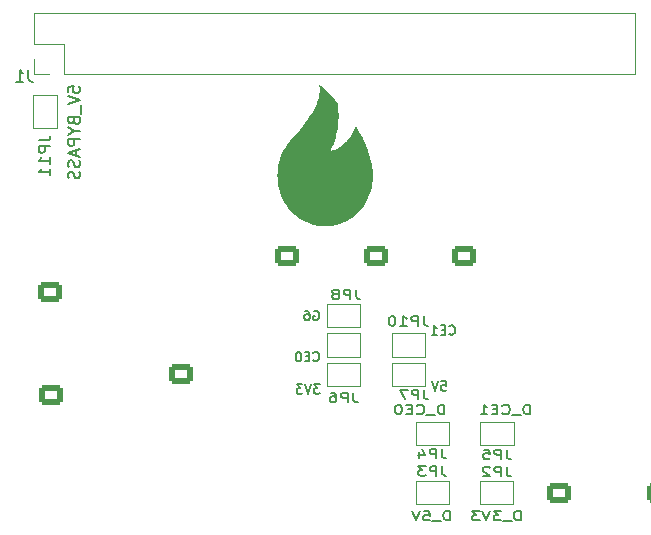
<source format=gbo>
G04 #@! TF.GenerationSoftware,KiCad,Pcbnew,8.0.1-8.0.1-1~ubuntu22.04.1*
G04 #@! TF.CreationDate,2024-05-03T16:20:05-07:00*
G04 #@! TF.ProjectId,pifire-main-module-nopwr,70696669-7265-42d6-9d61-696e2d6d6f64,rev?*
G04 #@! TF.SameCoordinates,Original*
G04 #@! TF.FileFunction,Legend,Bot*
G04 #@! TF.FilePolarity,Positive*
%FSLAX46Y46*%
G04 Gerber Fmt 4.6, Leading zero omitted, Abs format (unit mm)*
G04 Created by KiCad (PCBNEW 8.0.1-8.0.1-1~ubuntu22.04.1) date 2024-05-03 16:20:05*
%MOMM*%
%LPD*%
G01*
G04 APERTURE LIST*
G04 Aperture macros list*
%AMRoundRect*
0 Rectangle with rounded corners*
0 $1 Rounding radius*
0 $2 $3 $4 $5 $6 $7 $8 $9 X,Y pos of 4 corners*
0 Add a 4 corners polygon primitive as box body*
4,1,4,$2,$3,$4,$5,$6,$7,$8,$9,$2,$3,0*
0 Add four circle primitives for the rounded corners*
1,1,$1+$1,$2,$3*
1,1,$1+$1,$4,$5*
1,1,$1+$1,$6,$7*
1,1,$1+$1,$8,$9*
0 Add four rect primitives between the rounded corners*
20,1,$1+$1,$2,$3,$4,$5,0*
20,1,$1+$1,$4,$5,$6,$7,0*
20,1,$1+$1,$6,$7,$8,$9,0*
20,1,$1+$1,$8,$9,$2,$3,0*%
%AMFreePoly0*
4,1,6,1.000000,0.000000,0.500000,-0.750000,-0.500000,-0.750000,-0.500000,0.750000,0.500000,0.750000,1.000000,0.000000,1.000000,0.000000,$1*%
%AMFreePoly1*
4,1,6,0.500000,-0.750000,-0.650000,-0.750000,-0.150000,0.000000,-0.650000,0.750000,0.500000,0.750000,0.500000,-0.750000,0.500000,-0.750000,$1*%
G04 Aperture macros list end*
%ADD10C,0.000000*%
%ADD11C,0.052916*%
%ADD12C,0.200000*%
%ADD13C,0.150000*%
%ADD14C,0.120000*%
%ADD15RoundRect,0.250000X-0.600000X-0.725000X0.600000X-0.725000X0.600000X0.725000X-0.600000X0.725000X0*%
%ADD16O,1.700000X1.950000*%
%ADD17R,3.000000X3.000000*%
%ADD18C,3.000000*%
%ADD19C,2.700000*%
%ADD20RoundRect,0.250000X0.750000X-0.600000X0.750000X0.600000X-0.750000X0.600000X-0.750000X-0.600000X0*%
%ADD21O,2.000000X1.700000*%
%ADD22C,1.600000*%
%ADD23O,1.600000X1.600000*%
%ADD24RoundRect,0.250000X0.725000X-0.600000X0.725000X0.600000X-0.725000X0.600000X-0.725000X-0.600000X0*%
%ADD25O,1.950000X1.700000*%
%ADD26RoundRect,0.250000X-0.725000X0.600000X-0.725000X-0.600000X0.725000X-0.600000X0.725000X0.600000X0*%
%ADD27R,1.700000X1.700000*%
%ADD28O,1.700000X1.700000*%
%ADD29FreePoly0,180.000000*%
%ADD30FreePoly1,180.000000*%
%ADD31FreePoly0,90.000000*%
%ADD32FreePoly1,90.000000*%
%ADD33FreePoly0,0.000000*%
%ADD34FreePoly1,0.000000*%
G04 APERTURE END LIST*
D10*
G36*
X131971419Y-55343240D02*
G01*
X131957241Y-55439321D01*
X131952396Y-55537875D01*
X131956394Y-55638625D01*
X131968741Y-55741295D01*
X131988946Y-55845607D01*
X132016516Y-55951286D01*
X132050959Y-56058053D01*
X132091783Y-56165633D01*
X132138496Y-56273749D01*
X132190606Y-56382124D01*
X132247620Y-56490482D01*
X132374394Y-56706036D01*
X132514879Y-56918199D01*
X132665139Y-57124756D01*
X132821237Y-57323494D01*
X132979234Y-57512199D01*
X133135195Y-57688657D01*
X133285181Y-57850653D01*
X133425255Y-57995975D01*
X133659918Y-58227738D01*
X133755778Y-58323991D01*
X133846772Y-58424555D01*
X133932717Y-58529255D01*
X134013433Y-58637917D01*
X134088737Y-58750367D01*
X134158447Y-58866431D01*
X134222382Y-58985934D01*
X134280359Y-59108702D01*
X134332196Y-59234562D01*
X134377712Y-59363338D01*
X134416724Y-59494858D01*
X134449052Y-59628947D01*
X134474512Y-59765431D01*
X134492923Y-59904135D01*
X134504103Y-60044886D01*
X134507870Y-60187509D01*
X134504103Y-60330132D01*
X134492923Y-60470883D01*
X134474512Y-60609588D01*
X134449052Y-60746071D01*
X134416725Y-60880160D01*
X134377713Y-61011681D01*
X134332197Y-61140458D01*
X134280360Y-61266318D01*
X134222383Y-61389086D01*
X134158448Y-61508590D01*
X134088738Y-61624653D01*
X134013434Y-61737104D01*
X133932718Y-61845766D01*
X133846772Y-61950466D01*
X133755778Y-62051030D01*
X133659918Y-62147284D01*
X133559373Y-62239053D01*
X133454326Y-62326164D01*
X133344959Y-62408442D01*
X133231453Y-62485713D01*
X133113990Y-62557804D01*
X132992752Y-62624539D01*
X132867922Y-62685745D01*
X132739680Y-62741247D01*
X132608210Y-62790872D01*
X132473692Y-62834446D01*
X132336309Y-62871793D01*
X132196243Y-62902741D01*
X132053675Y-62927114D01*
X131908788Y-62944740D01*
X131761763Y-62955442D01*
X131612782Y-62959049D01*
X131463801Y-62955442D01*
X131316777Y-62944740D01*
X131171890Y-62927114D01*
X131029322Y-62902741D01*
X130889256Y-62871793D01*
X130751874Y-62834446D01*
X130617356Y-62790872D01*
X130485886Y-62741247D01*
X130357645Y-62685745D01*
X130232815Y-62624539D01*
X130111577Y-62557804D01*
X129994115Y-62485713D01*
X129880609Y-62408442D01*
X129771242Y-62326164D01*
X129666195Y-62239053D01*
X129565650Y-62147284D01*
X129469790Y-62051030D01*
X129378796Y-61950466D01*
X129292851Y-61845766D01*
X129212135Y-61737104D01*
X129136831Y-61624653D01*
X129067121Y-61508590D01*
X129003187Y-61389086D01*
X128945210Y-61266318D01*
X128893373Y-61140458D01*
X128847857Y-61011681D01*
X128808845Y-60880160D01*
X128776518Y-60746071D01*
X128751058Y-60609588D01*
X128732647Y-60470883D01*
X128721467Y-60330132D01*
X128717700Y-60187509D01*
X128718923Y-60114876D01*
X128722565Y-60040527D01*
X128728585Y-59964539D01*
X128736944Y-59886987D01*
X128747601Y-59807948D01*
X128760517Y-59727498D01*
X128775649Y-59645713D01*
X128792960Y-59562669D01*
X128833952Y-59393108D01*
X128883170Y-59219423D01*
X128940293Y-59042224D01*
X129004998Y-58862119D01*
X129040309Y-58772132D01*
X129077786Y-58683410D01*
X129117335Y-58595776D01*
X129158858Y-58509055D01*
X129202260Y-58423071D01*
X129247444Y-58337649D01*
X129342772Y-58167785D01*
X129444073Y-57998057D01*
X129550576Y-57827059D01*
X129776106Y-57475632D01*
X129828893Y-57601878D01*
X129886143Y-57721159D01*
X129947368Y-57833600D01*
X130012081Y-57939320D01*
X130079796Y-58038444D01*
X130150024Y-58131094D01*
X130222279Y-58217391D01*
X130296074Y-58297459D01*
X130370922Y-58371419D01*
X130446335Y-58439394D01*
X130521826Y-58501507D01*
X130596908Y-58557879D01*
X130671095Y-58608634D01*
X130743898Y-58653893D01*
X130814831Y-58693779D01*
X130883407Y-58728414D01*
X130949138Y-58757921D01*
X131011537Y-58782422D01*
X131070118Y-58802039D01*
X131124393Y-58816895D01*
X131173874Y-58827113D01*
X131218076Y-58832814D01*
X131256510Y-58834120D01*
X131288690Y-58831156D01*
X131314128Y-58824041D01*
X131332338Y-58812900D01*
X131342831Y-58797855D01*
X131345122Y-58779027D01*
X131338722Y-58756539D01*
X131323146Y-58730514D01*
X131297904Y-58701074D01*
X131262512Y-58668341D01*
X131219608Y-58627354D01*
X131179020Y-58579208D01*
X131140717Y-58524386D01*
X131104669Y-58463372D01*
X131070844Y-58396649D01*
X131039212Y-58324699D01*
X130982402Y-58167053D01*
X130933992Y-57994299D01*
X130893735Y-57810300D01*
X130861385Y-57618922D01*
X130836694Y-57424029D01*
X130819416Y-57229485D01*
X130809303Y-57039156D01*
X130806109Y-56856905D01*
X130809586Y-56686597D01*
X130819487Y-56532097D01*
X130835567Y-56397269D01*
X130857577Y-56285978D01*
X130885270Y-56202088D01*
X131026320Y-56060511D01*
X131163774Y-55918521D01*
X131299106Y-55779546D01*
X131366435Y-55712260D01*
X131433786Y-55647014D01*
X131501342Y-55584237D01*
X131569286Y-55524356D01*
X131637804Y-55467801D01*
X131707078Y-55415000D01*
X131777293Y-55366382D01*
X131848633Y-55322374D01*
X131921282Y-55283407D01*
X131958155Y-55265948D01*
X131995423Y-55249909D01*
X131971419Y-55343240D01*
G37*
G36*
X131250000Y-51000000D02*
G01*
X131301510Y-51027145D01*
X131402998Y-51087727D01*
X131502658Y-51156145D01*
X131600746Y-51231733D01*
X131697521Y-51313823D01*
X131793238Y-51401750D01*
X131888154Y-51494847D01*
X131982528Y-51592447D01*
X132076615Y-51693886D01*
X132170673Y-51798495D01*
X132359728Y-52014560D01*
X132551749Y-52235313D01*
X132748793Y-52455423D01*
X132787480Y-52585848D01*
X132818228Y-52758873D01*
X132840690Y-52968491D01*
X132854522Y-53208693D01*
X132859380Y-53473472D01*
X132854917Y-53756819D01*
X132840789Y-54052725D01*
X132816652Y-54355184D01*
X132782159Y-54658185D01*
X132736967Y-54955722D01*
X132680730Y-55241786D01*
X132613102Y-55510369D01*
X132533740Y-55755463D01*
X132442298Y-55971059D01*
X132391940Y-56065917D01*
X132338432Y-56151149D01*
X132281731Y-56226002D01*
X132221795Y-56289725D01*
X132172353Y-56340615D01*
X132137091Y-56386386D01*
X132115331Y-56426847D01*
X132106391Y-56461809D01*
X132109591Y-56491081D01*
X132124250Y-56514472D01*
X132149688Y-56531793D01*
X132185225Y-56542854D01*
X132230179Y-56547463D01*
X132283871Y-56545431D01*
X132345619Y-56536568D01*
X132414743Y-56520683D01*
X132490564Y-56497586D01*
X132572399Y-56467086D01*
X132659570Y-56428994D01*
X132751394Y-56383119D01*
X132847192Y-56329272D01*
X132946284Y-56267260D01*
X133047988Y-56196896D01*
X133151624Y-56117987D01*
X133256512Y-56030344D01*
X133361971Y-55933777D01*
X133467321Y-55828096D01*
X133571881Y-55713109D01*
X133674971Y-55588628D01*
X133775909Y-55454460D01*
X133874016Y-55310418D01*
X133968612Y-55156309D01*
X134059014Y-54991944D01*
X134144544Y-54817133D01*
X134224521Y-54631685D01*
X134298263Y-54435410D01*
X134613320Y-54981777D01*
X134762101Y-55247628D01*
X134903615Y-55511505D01*
X135036786Y-55775594D01*
X135160537Y-56042080D01*
X135218544Y-56176906D01*
X135273793Y-56313151D01*
X135326148Y-56451088D01*
X135375476Y-56590991D01*
X135465867Y-56871003D01*
X135545666Y-57146495D01*
X135614423Y-57416524D01*
X135671687Y-57680141D01*
X135717008Y-57936402D01*
X135749938Y-58184360D01*
X135761615Y-58304930D01*
X135770026Y-58423070D01*
X135775113Y-58538660D01*
X135776821Y-58651584D01*
X135776821Y-58651590D01*
X135771559Y-58873327D01*
X135755941Y-59092153D01*
X135730222Y-59307797D01*
X135694655Y-59519989D01*
X135649495Y-59728458D01*
X135594996Y-59932933D01*
X135531412Y-60133144D01*
X135458997Y-60328819D01*
X135378005Y-60519688D01*
X135288691Y-60705480D01*
X135191309Y-60885925D01*
X135086111Y-61060752D01*
X134973354Y-61229690D01*
X134853290Y-61392468D01*
X134726175Y-61548815D01*
X134592261Y-61698461D01*
X134451804Y-61841136D01*
X134305056Y-61976567D01*
X134152274Y-62104486D01*
X133993709Y-62224620D01*
X133829618Y-62336699D01*
X133660253Y-62440452D01*
X133485869Y-62535610D01*
X133306719Y-62621900D01*
X133123059Y-62699052D01*
X132935142Y-62766796D01*
X132743223Y-62824860D01*
X132547554Y-62872974D01*
X132348392Y-62910868D01*
X132145989Y-62938270D01*
X131940599Y-62954910D01*
X131732478Y-62960517D01*
X131524356Y-62954910D01*
X131318967Y-62938270D01*
X131116564Y-62910868D01*
X130917401Y-62872974D01*
X130721733Y-62824860D01*
X130529813Y-62766796D01*
X130341896Y-62699052D01*
X130158236Y-62621900D01*
X129979087Y-62535610D01*
X129804702Y-62440452D01*
X129635337Y-62336699D01*
X129471245Y-62224620D01*
X129312681Y-62104485D01*
X129159898Y-61976567D01*
X129013151Y-61841135D01*
X128872693Y-61698461D01*
X128738779Y-61548815D01*
X128611664Y-61392467D01*
X128491600Y-61229689D01*
X128378842Y-61060751D01*
X128273645Y-60885925D01*
X128176262Y-60705479D01*
X128086948Y-60519687D01*
X128005956Y-60328818D01*
X127933541Y-60133142D01*
X127869957Y-59932932D01*
X127815458Y-59728456D01*
X127770298Y-59519987D01*
X127734731Y-59307795D01*
X127709012Y-59092150D01*
X127693394Y-58873324D01*
X127688131Y-58651587D01*
X127693394Y-58429850D01*
X127709012Y-58211024D01*
X127734731Y-57995380D01*
X127770298Y-57783188D01*
X127815458Y-57574719D01*
X127869957Y-57370243D01*
X127933541Y-57170033D01*
X128005956Y-56974357D01*
X128086948Y-56783488D01*
X128176262Y-56597696D01*
X128273645Y-56417251D01*
X128378842Y-56242424D01*
X128491600Y-56073486D01*
X128611663Y-55910708D01*
X128738779Y-55754361D01*
X128872692Y-55604715D01*
X129200510Y-55244392D01*
X129605715Y-54766602D01*
X129823587Y-54492262D01*
X130044304Y-54198882D01*
X130262368Y-53889902D01*
X130472276Y-53568766D01*
X130668530Y-53238915D01*
X130845628Y-52903791D01*
X130925275Y-52735327D01*
X130998070Y-52566836D01*
X131063327Y-52398747D01*
X131120357Y-52231492D01*
X131168473Y-52065500D01*
X131206987Y-51901201D01*
X131235212Y-51739026D01*
X131252461Y-51579404D01*
X131258045Y-51422767D01*
X131251277Y-51269545D01*
X131231470Y-51120167D01*
X131197937Y-50975064D01*
X131250000Y-51000000D01*
G37*
D11*
X131961935Y-60552423D02*
X132196295Y-60569539D01*
X132422497Y-60597372D01*
X132639356Y-60635353D01*
X132845683Y-60682916D01*
X133040294Y-60739493D01*
X133222001Y-60804515D01*
X133389618Y-60877415D01*
X133541959Y-60957625D01*
X133677838Y-61044578D01*
X133796067Y-61137706D01*
X133895460Y-61236441D01*
X133937722Y-61287734D01*
X133974831Y-61340215D01*
X134006638Y-61393814D01*
X134032994Y-61448461D01*
X134053751Y-61504083D01*
X134068761Y-61560610D01*
X134077876Y-61617971D01*
X134080947Y-61676096D01*
X134077876Y-61734220D01*
X134068761Y-61791581D01*
X134053751Y-61848109D01*
X134032994Y-61903731D01*
X134006638Y-61958377D01*
X133974831Y-62011976D01*
X133937722Y-62064458D01*
X133895460Y-62115751D01*
X133848192Y-62165783D01*
X133796067Y-62214485D01*
X133739232Y-62261786D01*
X133677838Y-62307613D01*
X133612030Y-62351897D01*
X133541959Y-62394566D01*
X133467773Y-62435550D01*
X133389618Y-62474777D01*
X133307645Y-62512176D01*
X133222001Y-62547677D01*
X133132835Y-62581208D01*
X133040294Y-62612699D01*
X132944527Y-62642078D01*
X132845683Y-62669275D01*
X132743910Y-62694219D01*
X132639356Y-62716838D01*
X132532169Y-62737062D01*
X132422497Y-62754820D01*
X132310490Y-62770040D01*
X132196295Y-62782653D01*
X132080060Y-62792586D01*
X131961935Y-62799769D01*
X131842066Y-62804130D01*
X131720604Y-62805600D01*
X131479272Y-62799769D01*
X131244912Y-62782653D01*
X131018710Y-62754820D01*
X130801851Y-62716838D01*
X130595524Y-62669275D01*
X130400913Y-62612699D01*
X130219206Y-62547677D01*
X130051589Y-62474777D01*
X129899248Y-62394566D01*
X129763369Y-62307613D01*
X129645140Y-62214485D01*
X129545747Y-62115751D01*
X129503485Y-62064458D01*
X129466376Y-62011976D01*
X129434569Y-61958377D01*
X129408213Y-61903731D01*
X129387456Y-61848109D01*
X129372446Y-61791581D01*
X129363331Y-61734220D01*
X129360260Y-61676096D01*
X129363331Y-61617971D01*
X129372446Y-61560610D01*
X129387456Y-61504083D01*
X129408213Y-61448461D01*
X129434569Y-61393814D01*
X129466376Y-61340215D01*
X129503485Y-61287734D01*
X129545747Y-61236441D01*
X129593015Y-61186408D01*
X129645140Y-61137706D01*
X129701975Y-61090406D01*
X129763369Y-61044578D01*
X129829177Y-61000295D01*
X129899248Y-60957625D01*
X129973434Y-60916642D01*
X130051589Y-60877415D01*
X130133562Y-60840016D01*
X130219206Y-60804515D01*
X130308372Y-60770983D01*
X130400913Y-60739493D01*
X130496680Y-60710113D01*
X130595524Y-60682916D01*
X130697297Y-60657972D01*
X130801851Y-60635353D01*
X130909038Y-60615129D01*
X131018710Y-60597372D01*
X131130717Y-60582151D01*
X131244912Y-60569539D01*
X131361147Y-60559606D01*
X131479272Y-60552423D01*
X131599141Y-60548061D01*
X131720604Y-60546591D01*
X131961935Y-60552423D01*
G36*
X131961935Y-60552423D02*
G01*
X132196295Y-60569539D01*
X132422497Y-60597372D01*
X132639356Y-60635353D01*
X132845683Y-60682916D01*
X133040294Y-60739493D01*
X133222001Y-60804515D01*
X133389618Y-60877415D01*
X133541959Y-60957625D01*
X133677838Y-61044578D01*
X133796067Y-61137706D01*
X133895460Y-61236441D01*
X133937722Y-61287734D01*
X133974831Y-61340215D01*
X134006638Y-61393814D01*
X134032994Y-61448461D01*
X134053751Y-61504083D01*
X134068761Y-61560610D01*
X134077876Y-61617971D01*
X134080947Y-61676096D01*
X134077876Y-61734220D01*
X134068761Y-61791581D01*
X134053751Y-61848109D01*
X134032994Y-61903731D01*
X134006638Y-61958377D01*
X133974831Y-62011976D01*
X133937722Y-62064458D01*
X133895460Y-62115751D01*
X133848192Y-62165783D01*
X133796067Y-62214485D01*
X133739232Y-62261786D01*
X133677838Y-62307613D01*
X133612030Y-62351897D01*
X133541959Y-62394566D01*
X133467773Y-62435550D01*
X133389618Y-62474777D01*
X133307645Y-62512176D01*
X133222001Y-62547677D01*
X133132835Y-62581208D01*
X133040294Y-62612699D01*
X132944527Y-62642078D01*
X132845683Y-62669275D01*
X132743910Y-62694219D01*
X132639356Y-62716838D01*
X132532169Y-62737062D01*
X132422497Y-62754820D01*
X132310490Y-62770040D01*
X132196295Y-62782653D01*
X132080060Y-62792586D01*
X131961935Y-62799769D01*
X131842066Y-62804130D01*
X131720604Y-62805600D01*
X131479272Y-62799769D01*
X131244912Y-62782653D01*
X131018710Y-62754820D01*
X130801851Y-62716838D01*
X130595524Y-62669275D01*
X130400913Y-62612699D01*
X130219206Y-62547677D01*
X130051589Y-62474777D01*
X129899248Y-62394566D01*
X129763369Y-62307613D01*
X129645140Y-62214485D01*
X129545747Y-62115751D01*
X129503485Y-62064458D01*
X129466376Y-62011976D01*
X129434569Y-61958377D01*
X129408213Y-61903731D01*
X129387456Y-61848109D01*
X129372446Y-61791581D01*
X129363331Y-61734220D01*
X129360260Y-61676096D01*
X129363331Y-61617971D01*
X129372446Y-61560610D01*
X129387456Y-61504083D01*
X129408213Y-61448461D01*
X129434569Y-61393814D01*
X129466376Y-61340215D01*
X129503485Y-61287734D01*
X129545747Y-61236441D01*
X129593015Y-61186408D01*
X129645140Y-61137706D01*
X129701975Y-61090406D01*
X129763369Y-61044578D01*
X129829177Y-61000295D01*
X129899248Y-60957625D01*
X129973434Y-60916642D01*
X130051589Y-60877415D01*
X130133562Y-60840016D01*
X130219206Y-60804515D01*
X130308372Y-60770983D01*
X130400913Y-60739493D01*
X130496680Y-60710113D01*
X130595524Y-60682916D01*
X130697297Y-60657972D01*
X130801851Y-60635353D01*
X130909038Y-60615129D01*
X131018710Y-60597372D01*
X131130717Y-60582151D01*
X131244912Y-60569539D01*
X131361147Y-60559606D01*
X131479272Y-60552423D01*
X131599141Y-60548061D01*
X131720604Y-60546591D01*
X131961935Y-60552423D01*
G37*
D12*
X130758898Y-70129790D02*
X130835088Y-70091695D01*
X130835088Y-70091695D02*
X130949374Y-70091695D01*
X130949374Y-70091695D02*
X131063660Y-70129790D01*
X131063660Y-70129790D02*
X131139850Y-70205980D01*
X131139850Y-70205980D02*
X131177945Y-70282171D01*
X131177945Y-70282171D02*
X131216041Y-70434552D01*
X131216041Y-70434552D02*
X131216041Y-70548838D01*
X131216041Y-70548838D02*
X131177945Y-70701219D01*
X131177945Y-70701219D02*
X131139850Y-70777409D01*
X131139850Y-70777409D02*
X131063660Y-70853600D01*
X131063660Y-70853600D02*
X130949374Y-70891695D01*
X130949374Y-70891695D02*
X130873183Y-70891695D01*
X130873183Y-70891695D02*
X130758898Y-70853600D01*
X130758898Y-70853600D02*
X130720802Y-70815504D01*
X130720802Y-70815504D02*
X130720802Y-70548838D01*
X130720802Y-70548838D02*
X130873183Y-70548838D01*
X130035088Y-70091695D02*
X130187469Y-70091695D01*
X130187469Y-70091695D02*
X130263660Y-70129790D01*
X130263660Y-70129790D02*
X130301755Y-70167885D01*
X130301755Y-70167885D02*
X130377945Y-70282171D01*
X130377945Y-70282171D02*
X130416041Y-70434552D01*
X130416041Y-70434552D02*
X130416041Y-70739314D01*
X130416041Y-70739314D02*
X130377945Y-70815504D01*
X130377945Y-70815504D02*
X130339850Y-70853600D01*
X130339850Y-70853600D02*
X130263660Y-70891695D01*
X130263660Y-70891695D02*
X130111279Y-70891695D01*
X130111279Y-70891695D02*
X130035088Y-70853600D01*
X130035088Y-70853600D02*
X129996993Y-70815504D01*
X129996993Y-70815504D02*
X129958898Y-70739314D01*
X129958898Y-70739314D02*
X129958898Y-70548838D01*
X129958898Y-70548838D02*
X129996993Y-70472647D01*
X129996993Y-70472647D02*
X130035088Y-70434552D01*
X130035088Y-70434552D02*
X130111279Y-70396457D01*
X130111279Y-70396457D02*
X130263660Y-70396457D01*
X130263660Y-70396457D02*
X130339850Y-70434552D01*
X130339850Y-70434552D02*
X130377945Y-70472647D01*
X130377945Y-70472647D02*
X130416041Y-70548838D01*
X141546993Y-76091695D02*
X141927945Y-76091695D01*
X141927945Y-76091695D02*
X141966041Y-76472647D01*
X141966041Y-76472647D02*
X141927945Y-76434552D01*
X141927945Y-76434552D02*
X141851755Y-76396457D01*
X141851755Y-76396457D02*
X141661279Y-76396457D01*
X141661279Y-76396457D02*
X141585088Y-76434552D01*
X141585088Y-76434552D02*
X141546993Y-76472647D01*
X141546993Y-76472647D02*
X141508898Y-76548838D01*
X141508898Y-76548838D02*
X141508898Y-76739314D01*
X141508898Y-76739314D02*
X141546993Y-76815504D01*
X141546993Y-76815504D02*
X141585088Y-76853600D01*
X141585088Y-76853600D02*
X141661279Y-76891695D01*
X141661279Y-76891695D02*
X141851755Y-76891695D01*
X141851755Y-76891695D02*
X141927945Y-76853600D01*
X141927945Y-76853600D02*
X141966041Y-76815504D01*
X141280326Y-76091695D02*
X141013659Y-76891695D01*
X141013659Y-76891695D02*
X140746993Y-76091695D01*
X142220802Y-72065504D02*
X142258898Y-72103600D01*
X142258898Y-72103600D02*
X142373183Y-72141695D01*
X142373183Y-72141695D02*
X142449374Y-72141695D01*
X142449374Y-72141695D02*
X142563660Y-72103600D01*
X142563660Y-72103600D02*
X142639850Y-72027409D01*
X142639850Y-72027409D02*
X142677945Y-71951219D01*
X142677945Y-71951219D02*
X142716041Y-71798838D01*
X142716041Y-71798838D02*
X142716041Y-71684552D01*
X142716041Y-71684552D02*
X142677945Y-71532171D01*
X142677945Y-71532171D02*
X142639850Y-71455980D01*
X142639850Y-71455980D02*
X142563660Y-71379790D01*
X142563660Y-71379790D02*
X142449374Y-71341695D01*
X142449374Y-71341695D02*
X142373183Y-71341695D01*
X142373183Y-71341695D02*
X142258898Y-71379790D01*
X142258898Y-71379790D02*
X142220802Y-71417885D01*
X141877945Y-71722647D02*
X141611279Y-71722647D01*
X141496993Y-72141695D02*
X141877945Y-72141695D01*
X141877945Y-72141695D02*
X141877945Y-71341695D01*
X141877945Y-71341695D02*
X141496993Y-71341695D01*
X140735088Y-72141695D02*
X141192231Y-72141695D01*
X140963659Y-72141695D02*
X140963659Y-71341695D01*
X140963659Y-71341695D02*
X141039850Y-71455980D01*
X141039850Y-71455980D02*
X141116040Y-71532171D01*
X141116040Y-71532171D02*
X141192231Y-71570266D01*
X131254136Y-76341695D02*
X130758898Y-76341695D01*
X130758898Y-76341695D02*
X131025564Y-76646457D01*
X131025564Y-76646457D02*
X130911279Y-76646457D01*
X130911279Y-76646457D02*
X130835088Y-76684552D01*
X130835088Y-76684552D02*
X130796993Y-76722647D01*
X130796993Y-76722647D02*
X130758898Y-76798838D01*
X130758898Y-76798838D02*
X130758898Y-76989314D01*
X130758898Y-76989314D02*
X130796993Y-77065504D01*
X130796993Y-77065504D02*
X130835088Y-77103600D01*
X130835088Y-77103600D02*
X130911279Y-77141695D01*
X130911279Y-77141695D02*
X131139850Y-77141695D01*
X131139850Y-77141695D02*
X131216041Y-77103600D01*
X131216041Y-77103600D02*
X131254136Y-77065504D01*
X130530326Y-76341695D02*
X130263659Y-77141695D01*
X130263659Y-77141695D02*
X129996993Y-76341695D01*
X129806517Y-76341695D02*
X129311279Y-76341695D01*
X129311279Y-76341695D02*
X129577945Y-76646457D01*
X129577945Y-76646457D02*
X129463660Y-76646457D01*
X129463660Y-76646457D02*
X129387469Y-76684552D01*
X129387469Y-76684552D02*
X129349374Y-76722647D01*
X129349374Y-76722647D02*
X129311279Y-76798838D01*
X129311279Y-76798838D02*
X129311279Y-76989314D01*
X129311279Y-76989314D02*
X129349374Y-77065504D01*
X129349374Y-77065504D02*
X129387469Y-77103600D01*
X129387469Y-77103600D02*
X129463660Y-77141695D01*
X129463660Y-77141695D02*
X129692231Y-77141695D01*
X129692231Y-77141695D02*
X129768422Y-77103600D01*
X129768422Y-77103600D02*
X129806517Y-77065504D01*
X130720802Y-74315504D02*
X130758898Y-74353600D01*
X130758898Y-74353600D02*
X130873183Y-74391695D01*
X130873183Y-74391695D02*
X130949374Y-74391695D01*
X130949374Y-74391695D02*
X131063660Y-74353600D01*
X131063660Y-74353600D02*
X131139850Y-74277409D01*
X131139850Y-74277409D02*
X131177945Y-74201219D01*
X131177945Y-74201219D02*
X131216041Y-74048838D01*
X131216041Y-74048838D02*
X131216041Y-73934552D01*
X131216041Y-73934552D02*
X131177945Y-73782171D01*
X131177945Y-73782171D02*
X131139850Y-73705980D01*
X131139850Y-73705980D02*
X131063660Y-73629790D01*
X131063660Y-73629790D02*
X130949374Y-73591695D01*
X130949374Y-73591695D02*
X130873183Y-73591695D01*
X130873183Y-73591695D02*
X130758898Y-73629790D01*
X130758898Y-73629790D02*
X130720802Y-73667885D01*
X130377945Y-73972647D02*
X130111279Y-73972647D01*
X129996993Y-74391695D02*
X130377945Y-74391695D01*
X130377945Y-74391695D02*
X130377945Y-73591695D01*
X130377945Y-73591695D02*
X129996993Y-73591695D01*
X129501754Y-73591695D02*
X129425564Y-73591695D01*
X129425564Y-73591695D02*
X129349373Y-73629790D01*
X129349373Y-73629790D02*
X129311278Y-73667885D01*
X129311278Y-73667885D02*
X129273183Y-73744076D01*
X129273183Y-73744076D02*
X129235088Y-73896457D01*
X129235088Y-73896457D02*
X129235088Y-74086933D01*
X129235088Y-74086933D02*
X129273183Y-74239314D01*
X129273183Y-74239314D02*
X129311278Y-74315504D01*
X129311278Y-74315504D02*
X129349373Y-74353600D01*
X129349373Y-74353600D02*
X129425564Y-74391695D01*
X129425564Y-74391695D02*
X129501754Y-74391695D01*
X129501754Y-74391695D02*
X129577945Y-74353600D01*
X129577945Y-74353600D02*
X129616040Y-74315504D01*
X129616040Y-74315504D02*
X129654135Y-74239314D01*
X129654135Y-74239314D02*
X129692231Y-74086933D01*
X129692231Y-74086933D02*
X129692231Y-73896457D01*
X129692231Y-73896457D02*
X129654135Y-73744076D01*
X129654135Y-73744076D02*
X129616040Y-73667885D01*
X129616040Y-73667885D02*
X129577945Y-73629790D01*
X129577945Y-73629790D02*
X129501754Y-73591695D01*
D13*
X106583333Y-49704819D02*
X106583333Y-50419104D01*
X106583333Y-50419104D02*
X106630952Y-50561961D01*
X106630952Y-50561961D02*
X106726190Y-50657200D01*
X106726190Y-50657200D02*
X106869047Y-50704819D01*
X106869047Y-50704819D02*
X106964285Y-50704819D01*
X105583333Y-50704819D02*
X106154761Y-50704819D01*
X105869047Y-50704819D02*
X105869047Y-49704819D01*
X105869047Y-49704819D02*
X105964285Y-49847676D01*
X105964285Y-49847676D02*
X106059523Y-49942914D01*
X106059523Y-49942914D02*
X106154761Y-49990533D01*
X134333333Y-68312295D02*
X134333333Y-68883723D01*
X134333333Y-68883723D02*
X134380952Y-68998009D01*
X134380952Y-68998009D02*
X134476190Y-69074200D01*
X134476190Y-69074200D02*
X134619047Y-69112295D01*
X134619047Y-69112295D02*
X134714285Y-69112295D01*
X133857142Y-69112295D02*
X133857142Y-68312295D01*
X133857142Y-68312295D02*
X133476190Y-68312295D01*
X133476190Y-68312295D02*
X133380952Y-68350390D01*
X133380952Y-68350390D02*
X133333333Y-68388485D01*
X133333333Y-68388485D02*
X133285714Y-68464676D01*
X133285714Y-68464676D02*
X133285714Y-68578961D01*
X133285714Y-68578961D02*
X133333333Y-68655152D01*
X133333333Y-68655152D02*
X133380952Y-68693247D01*
X133380952Y-68693247D02*
X133476190Y-68731342D01*
X133476190Y-68731342D02*
X133857142Y-68731342D01*
X132714285Y-68655152D02*
X132809523Y-68617057D01*
X132809523Y-68617057D02*
X132857142Y-68578961D01*
X132857142Y-68578961D02*
X132904761Y-68502771D01*
X132904761Y-68502771D02*
X132904761Y-68464676D01*
X132904761Y-68464676D02*
X132857142Y-68388485D01*
X132857142Y-68388485D02*
X132809523Y-68350390D01*
X132809523Y-68350390D02*
X132714285Y-68312295D01*
X132714285Y-68312295D02*
X132523809Y-68312295D01*
X132523809Y-68312295D02*
X132428571Y-68350390D01*
X132428571Y-68350390D02*
X132380952Y-68388485D01*
X132380952Y-68388485D02*
X132333333Y-68464676D01*
X132333333Y-68464676D02*
X132333333Y-68502771D01*
X132333333Y-68502771D02*
X132380952Y-68578961D01*
X132380952Y-68578961D02*
X132428571Y-68617057D01*
X132428571Y-68617057D02*
X132523809Y-68655152D01*
X132523809Y-68655152D02*
X132714285Y-68655152D01*
X132714285Y-68655152D02*
X132809523Y-68693247D01*
X132809523Y-68693247D02*
X132857142Y-68731342D01*
X132857142Y-68731342D02*
X132904761Y-68807533D01*
X132904761Y-68807533D02*
X132904761Y-68959914D01*
X132904761Y-68959914D02*
X132857142Y-69036104D01*
X132857142Y-69036104D02*
X132809523Y-69074200D01*
X132809523Y-69074200D02*
X132714285Y-69112295D01*
X132714285Y-69112295D02*
X132523809Y-69112295D01*
X132523809Y-69112295D02*
X132428571Y-69074200D01*
X132428571Y-69074200D02*
X132380952Y-69036104D01*
X132380952Y-69036104D02*
X132333333Y-68959914D01*
X132333333Y-68959914D02*
X132333333Y-68807533D01*
X132333333Y-68807533D02*
X132380952Y-68731342D01*
X132380952Y-68731342D02*
X132428571Y-68693247D01*
X132428571Y-68693247D02*
X132523809Y-68655152D01*
X141608333Y-83262295D02*
X141608333Y-83833723D01*
X141608333Y-83833723D02*
X141655952Y-83948009D01*
X141655952Y-83948009D02*
X141751190Y-84024200D01*
X141751190Y-84024200D02*
X141894047Y-84062295D01*
X141894047Y-84062295D02*
X141989285Y-84062295D01*
X141132142Y-84062295D02*
X141132142Y-83262295D01*
X141132142Y-83262295D02*
X140751190Y-83262295D01*
X140751190Y-83262295D02*
X140655952Y-83300390D01*
X140655952Y-83300390D02*
X140608333Y-83338485D01*
X140608333Y-83338485D02*
X140560714Y-83414676D01*
X140560714Y-83414676D02*
X140560714Y-83528961D01*
X140560714Y-83528961D02*
X140608333Y-83605152D01*
X140608333Y-83605152D02*
X140655952Y-83643247D01*
X140655952Y-83643247D02*
X140751190Y-83681342D01*
X140751190Y-83681342D02*
X141132142Y-83681342D01*
X140227380Y-83262295D02*
X139608333Y-83262295D01*
X139608333Y-83262295D02*
X139941666Y-83567057D01*
X139941666Y-83567057D02*
X139798809Y-83567057D01*
X139798809Y-83567057D02*
X139703571Y-83605152D01*
X139703571Y-83605152D02*
X139655952Y-83643247D01*
X139655952Y-83643247D02*
X139608333Y-83719438D01*
X139608333Y-83719438D02*
X139608333Y-83909914D01*
X139608333Y-83909914D02*
X139655952Y-83986104D01*
X139655952Y-83986104D02*
X139703571Y-84024200D01*
X139703571Y-84024200D02*
X139798809Y-84062295D01*
X139798809Y-84062295D02*
X140084523Y-84062295D01*
X140084523Y-84062295D02*
X140179761Y-84024200D01*
X140179761Y-84024200D02*
X140227380Y-83986104D01*
X142297618Y-87862295D02*
X142297618Y-87062295D01*
X142297618Y-87062295D02*
X142059523Y-87062295D01*
X142059523Y-87062295D02*
X141916666Y-87100390D01*
X141916666Y-87100390D02*
X141821428Y-87176580D01*
X141821428Y-87176580D02*
X141773809Y-87252771D01*
X141773809Y-87252771D02*
X141726190Y-87405152D01*
X141726190Y-87405152D02*
X141726190Y-87519438D01*
X141726190Y-87519438D02*
X141773809Y-87671819D01*
X141773809Y-87671819D02*
X141821428Y-87748009D01*
X141821428Y-87748009D02*
X141916666Y-87824200D01*
X141916666Y-87824200D02*
X142059523Y-87862295D01*
X142059523Y-87862295D02*
X142297618Y-87862295D01*
X141535714Y-87938485D02*
X140773809Y-87938485D01*
X140059523Y-87062295D02*
X140535713Y-87062295D01*
X140535713Y-87062295D02*
X140583332Y-87443247D01*
X140583332Y-87443247D02*
X140535713Y-87405152D01*
X140535713Y-87405152D02*
X140440475Y-87367057D01*
X140440475Y-87367057D02*
X140202380Y-87367057D01*
X140202380Y-87367057D02*
X140107142Y-87405152D01*
X140107142Y-87405152D02*
X140059523Y-87443247D01*
X140059523Y-87443247D02*
X140011904Y-87519438D01*
X140011904Y-87519438D02*
X140011904Y-87709914D01*
X140011904Y-87709914D02*
X140059523Y-87786104D01*
X140059523Y-87786104D02*
X140107142Y-87824200D01*
X140107142Y-87824200D02*
X140202380Y-87862295D01*
X140202380Y-87862295D02*
X140440475Y-87862295D01*
X140440475Y-87862295D02*
X140535713Y-87824200D01*
X140535713Y-87824200D02*
X140583332Y-87786104D01*
X139726189Y-87062295D02*
X139392856Y-87862295D01*
X139392856Y-87862295D02*
X139059523Y-87062295D01*
X107454819Y-55690476D02*
X108169104Y-55690476D01*
X108169104Y-55690476D02*
X108311961Y-55642857D01*
X108311961Y-55642857D02*
X108407200Y-55547619D01*
X108407200Y-55547619D02*
X108454819Y-55404762D01*
X108454819Y-55404762D02*
X108454819Y-55309524D01*
X108454819Y-56166667D02*
X107454819Y-56166667D01*
X107454819Y-56166667D02*
X107454819Y-56547619D01*
X107454819Y-56547619D02*
X107502438Y-56642857D01*
X107502438Y-56642857D02*
X107550057Y-56690476D01*
X107550057Y-56690476D02*
X107645295Y-56738095D01*
X107645295Y-56738095D02*
X107788152Y-56738095D01*
X107788152Y-56738095D02*
X107883390Y-56690476D01*
X107883390Y-56690476D02*
X107931009Y-56642857D01*
X107931009Y-56642857D02*
X107978628Y-56547619D01*
X107978628Y-56547619D02*
X107978628Y-56166667D01*
X108454819Y-57690476D02*
X108454819Y-57119048D01*
X108454819Y-57404762D02*
X107454819Y-57404762D01*
X107454819Y-57404762D02*
X107597676Y-57309524D01*
X107597676Y-57309524D02*
X107692914Y-57214286D01*
X107692914Y-57214286D02*
X107740533Y-57119048D01*
X108454819Y-58642857D02*
X108454819Y-58071429D01*
X108454819Y-58357143D02*
X107454819Y-58357143D01*
X107454819Y-58357143D02*
X107597676Y-58261905D01*
X107597676Y-58261905D02*
X107692914Y-58166667D01*
X107692914Y-58166667D02*
X107740533Y-58071429D01*
X109954819Y-51619047D02*
X109954819Y-51142857D01*
X109954819Y-51142857D02*
X110431009Y-51095238D01*
X110431009Y-51095238D02*
X110383390Y-51142857D01*
X110383390Y-51142857D02*
X110335771Y-51238095D01*
X110335771Y-51238095D02*
X110335771Y-51476190D01*
X110335771Y-51476190D02*
X110383390Y-51571428D01*
X110383390Y-51571428D02*
X110431009Y-51619047D01*
X110431009Y-51619047D02*
X110526247Y-51666666D01*
X110526247Y-51666666D02*
X110764342Y-51666666D01*
X110764342Y-51666666D02*
X110859580Y-51619047D01*
X110859580Y-51619047D02*
X110907200Y-51571428D01*
X110907200Y-51571428D02*
X110954819Y-51476190D01*
X110954819Y-51476190D02*
X110954819Y-51238095D01*
X110954819Y-51238095D02*
X110907200Y-51142857D01*
X110907200Y-51142857D02*
X110859580Y-51095238D01*
X109954819Y-51952381D02*
X110954819Y-52285714D01*
X110954819Y-52285714D02*
X109954819Y-52619047D01*
X111050057Y-52714286D02*
X111050057Y-53476190D01*
X110431009Y-54047619D02*
X110478628Y-54190476D01*
X110478628Y-54190476D02*
X110526247Y-54238095D01*
X110526247Y-54238095D02*
X110621485Y-54285714D01*
X110621485Y-54285714D02*
X110764342Y-54285714D01*
X110764342Y-54285714D02*
X110859580Y-54238095D01*
X110859580Y-54238095D02*
X110907200Y-54190476D01*
X110907200Y-54190476D02*
X110954819Y-54095238D01*
X110954819Y-54095238D02*
X110954819Y-53714286D01*
X110954819Y-53714286D02*
X109954819Y-53714286D01*
X109954819Y-53714286D02*
X109954819Y-54047619D01*
X109954819Y-54047619D02*
X110002438Y-54142857D01*
X110002438Y-54142857D02*
X110050057Y-54190476D01*
X110050057Y-54190476D02*
X110145295Y-54238095D01*
X110145295Y-54238095D02*
X110240533Y-54238095D01*
X110240533Y-54238095D02*
X110335771Y-54190476D01*
X110335771Y-54190476D02*
X110383390Y-54142857D01*
X110383390Y-54142857D02*
X110431009Y-54047619D01*
X110431009Y-54047619D02*
X110431009Y-53714286D01*
X110478628Y-54904762D02*
X110954819Y-54904762D01*
X109954819Y-54571429D02*
X110478628Y-54904762D01*
X110478628Y-54904762D02*
X109954819Y-55238095D01*
X110954819Y-55571429D02*
X109954819Y-55571429D01*
X109954819Y-55571429D02*
X109954819Y-55952381D01*
X109954819Y-55952381D02*
X110002438Y-56047619D01*
X110002438Y-56047619D02*
X110050057Y-56095238D01*
X110050057Y-56095238D02*
X110145295Y-56142857D01*
X110145295Y-56142857D02*
X110288152Y-56142857D01*
X110288152Y-56142857D02*
X110383390Y-56095238D01*
X110383390Y-56095238D02*
X110431009Y-56047619D01*
X110431009Y-56047619D02*
X110478628Y-55952381D01*
X110478628Y-55952381D02*
X110478628Y-55571429D01*
X110669104Y-56523810D02*
X110669104Y-57000000D01*
X110954819Y-56428572D02*
X109954819Y-56761905D01*
X109954819Y-56761905D02*
X110954819Y-57095238D01*
X110907200Y-57380953D02*
X110954819Y-57523810D01*
X110954819Y-57523810D02*
X110954819Y-57761905D01*
X110954819Y-57761905D02*
X110907200Y-57857143D01*
X110907200Y-57857143D02*
X110859580Y-57904762D01*
X110859580Y-57904762D02*
X110764342Y-57952381D01*
X110764342Y-57952381D02*
X110669104Y-57952381D01*
X110669104Y-57952381D02*
X110573866Y-57904762D01*
X110573866Y-57904762D02*
X110526247Y-57857143D01*
X110526247Y-57857143D02*
X110478628Y-57761905D01*
X110478628Y-57761905D02*
X110431009Y-57571429D01*
X110431009Y-57571429D02*
X110383390Y-57476191D01*
X110383390Y-57476191D02*
X110335771Y-57428572D01*
X110335771Y-57428572D02*
X110240533Y-57380953D01*
X110240533Y-57380953D02*
X110145295Y-57380953D01*
X110145295Y-57380953D02*
X110050057Y-57428572D01*
X110050057Y-57428572D02*
X110002438Y-57476191D01*
X110002438Y-57476191D02*
X109954819Y-57571429D01*
X109954819Y-57571429D02*
X109954819Y-57809524D01*
X109954819Y-57809524D02*
X110002438Y-57952381D01*
X110907200Y-58333334D02*
X110954819Y-58476191D01*
X110954819Y-58476191D02*
X110954819Y-58714286D01*
X110954819Y-58714286D02*
X110907200Y-58809524D01*
X110907200Y-58809524D02*
X110859580Y-58857143D01*
X110859580Y-58857143D02*
X110764342Y-58904762D01*
X110764342Y-58904762D02*
X110669104Y-58904762D01*
X110669104Y-58904762D02*
X110573866Y-58857143D01*
X110573866Y-58857143D02*
X110526247Y-58809524D01*
X110526247Y-58809524D02*
X110478628Y-58714286D01*
X110478628Y-58714286D02*
X110431009Y-58523810D01*
X110431009Y-58523810D02*
X110383390Y-58428572D01*
X110383390Y-58428572D02*
X110335771Y-58380953D01*
X110335771Y-58380953D02*
X110240533Y-58333334D01*
X110240533Y-58333334D02*
X110145295Y-58333334D01*
X110145295Y-58333334D02*
X110050057Y-58380953D01*
X110050057Y-58380953D02*
X110002438Y-58428572D01*
X110002438Y-58428572D02*
X109954819Y-58523810D01*
X109954819Y-58523810D02*
X109954819Y-58761905D01*
X109954819Y-58761905D02*
X110002438Y-58904762D01*
X140083333Y-76812295D02*
X140083333Y-77383723D01*
X140083333Y-77383723D02*
X140130952Y-77498009D01*
X140130952Y-77498009D02*
X140226190Y-77574200D01*
X140226190Y-77574200D02*
X140369047Y-77612295D01*
X140369047Y-77612295D02*
X140464285Y-77612295D01*
X139607142Y-77612295D02*
X139607142Y-76812295D01*
X139607142Y-76812295D02*
X139226190Y-76812295D01*
X139226190Y-76812295D02*
X139130952Y-76850390D01*
X139130952Y-76850390D02*
X139083333Y-76888485D01*
X139083333Y-76888485D02*
X139035714Y-76964676D01*
X139035714Y-76964676D02*
X139035714Y-77078961D01*
X139035714Y-77078961D02*
X139083333Y-77155152D01*
X139083333Y-77155152D02*
X139130952Y-77193247D01*
X139130952Y-77193247D02*
X139226190Y-77231342D01*
X139226190Y-77231342D02*
X139607142Y-77231342D01*
X138702380Y-76812295D02*
X138035714Y-76812295D01*
X138035714Y-76812295D02*
X138464285Y-77612295D01*
X147083333Y-83312295D02*
X147083333Y-83883723D01*
X147083333Y-83883723D02*
X147130952Y-83998009D01*
X147130952Y-83998009D02*
X147226190Y-84074200D01*
X147226190Y-84074200D02*
X147369047Y-84112295D01*
X147369047Y-84112295D02*
X147464285Y-84112295D01*
X146607142Y-84112295D02*
X146607142Y-83312295D01*
X146607142Y-83312295D02*
X146226190Y-83312295D01*
X146226190Y-83312295D02*
X146130952Y-83350390D01*
X146130952Y-83350390D02*
X146083333Y-83388485D01*
X146083333Y-83388485D02*
X146035714Y-83464676D01*
X146035714Y-83464676D02*
X146035714Y-83578961D01*
X146035714Y-83578961D02*
X146083333Y-83655152D01*
X146083333Y-83655152D02*
X146130952Y-83693247D01*
X146130952Y-83693247D02*
X146226190Y-83731342D01*
X146226190Y-83731342D02*
X146607142Y-83731342D01*
X145654761Y-83388485D02*
X145607142Y-83350390D01*
X145607142Y-83350390D02*
X145511904Y-83312295D01*
X145511904Y-83312295D02*
X145273809Y-83312295D01*
X145273809Y-83312295D02*
X145178571Y-83350390D01*
X145178571Y-83350390D02*
X145130952Y-83388485D01*
X145130952Y-83388485D02*
X145083333Y-83464676D01*
X145083333Y-83464676D02*
X145083333Y-83540866D01*
X145083333Y-83540866D02*
X145130952Y-83655152D01*
X145130952Y-83655152D02*
X145702380Y-84112295D01*
X145702380Y-84112295D02*
X145083333Y-84112295D01*
X148273809Y-87862295D02*
X148273809Y-87062295D01*
X148273809Y-87062295D02*
X148035714Y-87062295D01*
X148035714Y-87062295D02*
X147892857Y-87100390D01*
X147892857Y-87100390D02*
X147797619Y-87176580D01*
X147797619Y-87176580D02*
X147750000Y-87252771D01*
X147750000Y-87252771D02*
X147702381Y-87405152D01*
X147702381Y-87405152D02*
X147702381Y-87519438D01*
X147702381Y-87519438D02*
X147750000Y-87671819D01*
X147750000Y-87671819D02*
X147797619Y-87748009D01*
X147797619Y-87748009D02*
X147892857Y-87824200D01*
X147892857Y-87824200D02*
X148035714Y-87862295D01*
X148035714Y-87862295D02*
X148273809Y-87862295D01*
X147511905Y-87938485D02*
X146750000Y-87938485D01*
X146607142Y-87062295D02*
X145988095Y-87062295D01*
X145988095Y-87062295D02*
X146321428Y-87367057D01*
X146321428Y-87367057D02*
X146178571Y-87367057D01*
X146178571Y-87367057D02*
X146083333Y-87405152D01*
X146083333Y-87405152D02*
X146035714Y-87443247D01*
X146035714Y-87443247D02*
X145988095Y-87519438D01*
X145988095Y-87519438D02*
X145988095Y-87709914D01*
X145988095Y-87709914D02*
X146035714Y-87786104D01*
X146035714Y-87786104D02*
X146083333Y-87824200D01*
X146083333Y-87824200D02*
X146178571Y-87862295D01*
X146178571Y-87862295D02*
X146464285Y-87862295D01*
X146464285Y-87862295D02*
X146559523Y-87824200D01*
X146559523Y-87824200D02*
X146607142Y-87786104D01*
X145702380Y-87062295D02*
X145369047Y-87862295D01*
X145369047Y-87862295D02*
X145035714Y-87062295D01*
X144797618Y-87062295D02*
X144178571Y-87062295D01*
X144178571Y-87062295D02*
X144511904Y-87367057D01*
X144511904Y-87367057D02*
X144369047Y-87367057D01*
X144369047Y-87367057D02*
X144273809Y-87405152D01*
X144273809Y-87405152D02*
X144226190Y-87443247D01*
X144226190Y-87443247D02*
X144178571Y-87519438D01*
X144178571Y-87519438D02*
X144178571Y-87709914D01*
X144178571Y-87709914D02*
X144226190Y-87786104D01*
X144226190Y-87786104D02*
X144273809Y-87824200D01*
X144273809Y-87824200D02*
X144369047Y-87862295D01*
X144369047Y-87862295D02*
X144654761Y-87862295D01*
X144654761Y-87862295D02*
X144749999Y-87824200D01*
X144749999Y-87824200D02*
X144797618Y-87786104D01*
X141608333Y-81812295D02*
X141608333Y-82383723D01*
X141608333Y-82383723D02*
X141655952Y-82498009D01*
X141655952Y-82498009D02*
X141751190Y-82574200D01*
X141751190Y-82574200D02*
X141894047Y-82612295D01*
X141894047Y-82612295D02*
X141989285Y-82612295D01*
X141132142Y-82612295D02*
X141132142Y-81812295D01*
X141132142Y-81812295D02*
X140751190Y-81812295D01*
X140751190Y-81812295D02*
X140655952Y-81850390D01*
X140655952Y-81850390D02*
X140608333Y-81888485D01*
X140608333Y-81888485D02*
X140560714Y-81964676D01*
X140560714Y-81964676D02*
X140560714Y-82078961D01*
X140560714Y-82078961D02*
X140608333Y-82155152D01*
X140608333Y-82155152D02*
X140655952Y-82193247D01*
X140655952Y-82193247D02*
X140751190Y-82231342D01*
X140751190Y-82231342D02*
X141132142Y-82231342D01*
X139703571Y-82078961D02*
X139703571Y-82612295D01*
X139941666Y-81774200D02*
X140179761Y-82345628D01*
X140179761Y-82345628D02*
X139560714Y-82345628D01*
X141821428Y-78862295D02*
X141821428Y-78062295D01*
X141821428Y-78062295D02*
X141583333Y-78062295D01*
X141583333Y-78062295D02*
X141440476Y-78100390D01*
X141440476Y-78100390D02*
X141345238Y-78176580D01*
X141345238Y-78176580D02*
X141297619Y-78252771D01*
X141297619Y-78252771D02*
X141250000Y-78405152D01*
X141250000Y-78405152D02*
X141250000Y-78519438D01*
X141250000Y-78519438D02*
X141297619Y-78671819D01*
X141297619Y-78671819D02*
X141345238Y-78748009D01*
X141345238Y-78748009D02*
X141440476Y-78824200D01*
X141440476Y-78824200D02*
X141583333Y-78862295D01*
X141583333Y-78862295D02*
X141821428Y-78862295D01*
X141059524Y-78938485D02*
X140297619Y-78938485D01*
X139488095Y-78786104D02*
X139535714Y-78824200D01*
X139535714Y-78824200D02*
X139678571Y-78862295D01*
X139678571Y-78862295D02*
X139773809Y-78862295D01*
X139773809Y-78862295D02*
X139916666Y-78824200D01*
X139916666Y-78824200D02*
X140011904Y-78748009D01*
X140011904Y-78748009D02*
X140059523Y-78671819D01*
X140059523Y-78671819D02*
X140107142Y-78519438D01*
X140107142Y-78519438D02*
X140107142Y-78405152D01*
X140107142Y-78405152D02*
X140059523Y-78252771D01*
X140059523Y-78252771D02*
X140011904Y-78176580D01*
X140011904Y-78176580D02*
X139916666Y-78100390D01*
X139916666Y-78100390D02*
X139773809Y-78062295D01*
X139773809Y-78062295D02*
X139678571Y-78062295D01*
X139678571Y-78062295D02*
X139535714Y-78100390D01*
X139535714Y-78100390D02*
X139488095Y-78138485D01*
X139059523Y-78443247D02*
X138726190Y-78443247D01*
X138583333Y-78862295D02*
X139059523Y-78862295D01*
X139059523Y-78862295D02*
X139059523Y-78062295D01*
X139059523Y-78062295D02*
X138583333Y-78062295D01*
X137964285Y-78062295D02*
X137869047Y-78062295D01*
X137869047Y-78062295D02*
X137773809Y-78100390D01*
X137773809Y-78100390D02*
X137726190Y-78138485D01*
X137726190Y-78138485D02*
X137678571Y-78214676D01*
X137678571Y-78214676D02*
X137630952Y-78367057D01*
X137630952Y-78367057D02*
X137630952Y-78557533D01*
X137630952Y-78557533D02*
X137678571Y-78709914D01*
X137678571Y-78709914D02*
X137726190Y-78786104D01*
X137726190Y-78786104D02*
X137773809Y-78824200D01*
X137773809Y-78824200D02*
X137869047Y-78862295D01*
X137869047Y-78862295D02*
X137964285Y-78862295D01*
X137964285Y-78862295D02*
X138059523Y-78824200D01*
X138059523Y-78824200D02*
X138107142Y-78786104D01*
X138107142Y-78786104D02*
X138154761Y-78709914D01*
X138154761Y-78709914D02*
X138202380Y-78557533D01*
X138202380Y-78557533D02*
X138202380Y-78367057D01*
X138202380Y-78367057D02*
X138154761Y-78214676D01*
X138154761Y-78214676D02*
X138107142Y-78138485D01*
X138107142Y-78138485D02*
X138059523Y-78100390D01*
X138059523Y-78100390D02*
X137964285Y-78062295D01*
X140059523Y-70562295D02*
X140059523Y-71133723D01*
X140059523Y-71133723D02*
X140107142Y-71248009D01*
X140107142Y-71248009D02*
X140202380Y-71324200D01*
X140202380Y-71324200D02*
X140345237Y-71362295D01*
X140345237Y-71362295D02*
X140440475Y-71362295D01*
X139583332Y-71362295D02*
X139583332Y-70562295D01*
X139583332Y-70562295D02*
X139202380Y-70562295D01*
X139202380Y-70562295D02*
X139107142Y-70600390D01*
X139107142Y-70600390D02*
X139059523Y-70638485D01*
X139059523Y-70638485D02*
X139011904Y-70714676D01*
X139011904Y-70714676D02*
X139011904Y-70828961D01*
X139011904Y-70828961D02*
X139059523Y-70905152D01*
X139059523Y-70905152D02*
X139107142Y-70943247D01*
X139107142Y-70943247D02*
X139202380Y-70981342D01*
X139202380Y-70981342D02*
X139583332Y-70981342D01*
X138059523Y-71362295D02*
X138630951Y-71362295D01*
X138345237Y-71362295D02*
X138345237Y-70562295D01*
X138345237Y-70562295D02*
X138440475Y-70676580D01*
X138440475Y-70676580D02*
X138535713Y-70752771D01*
X138535713Y-70752771D02*
X138630951Y-70790866D01*
X137440475Y-70562295D02*
X137345237Y-70562295D01*
X137345237Y-70562295D02*
X137249999Y-70600390D01*
X137249999Y-70600390D02*
X137202380Y-70638485D01*
X137202380Y-70638485D02*
X137154761Y-70714676D01*
X137154761Y-70714676D02*
X137107142Y-70867057D01*
X137107142Y-70867057D02*
X137107142Y-71057533D01*
X137107142Y-71057533D02*
X137154761Y-71209914D01*
X137154761Y-71209914D02*
X137202380Y-71286104D01*
X137202380Y-71286104D02*
X137249999Y-71324200D01*
X137249999Y-71324200D02*
X137345237Y-71362295D01*
X137345237Y-71362295D02*
X137440475Y-71362295D01*
X137440475Y-71362295D02*
X137535713Y-71324200D01*
X137535713Y-71324200D02*
X137583332Y-71286104D01*
X137583332Y-71286104D02*
X137630951Y-71209914D01*
X137630951Y-71209914D02*
X137678570Y-71057533D01*
X137678570Y-71057533D02*
X137678570Y-70867057D01*
X137678570Y-70867057D02*
X137630951Y-70714676D01*
X137630951Y-70714676D02*
X137583332Y-70638485D01*
X137583332Y-70638485D02*
X137535713Y-70600390D01*
X137535713Y-70600390D02*
X137440475Y-70562295D01*
X147108333Y-81862295D02*
X147108333Y-82433723D01*
X147108333Y-82433723D02*
X147155952Y-82548009D01*
X147155952Y-82548009D02*
X147251190Y-82624200D01*
X147251190Y-82624200D02*
X147394047Y-82662295D01*
X147394047Y-82662295D02*
X147489285Y-82662295D01*
X146632142Y-82662295D02*
X146632142Y-81862295D01*
X146632142Y-81862295D02*
X146251190Y-81862295D01*
X146251190Y-81862295D02*
X146155952Y-81900390D01*
X146155952Y-81900390D02*
X146108333Y-81938485D01*
X146108333Y-81938485D02*
X146060714Y-82014676D01*
X146060714Y-82014676D02*
X146060714Y-82128961D01*
X146060714Y-82128961D02*
X146108333Y-82205152D01*
X146108333Y-82205152D02*
X146155952Y-82243247D01*
X146155952Y-82243247D02*
X146251190Y-82281342D01*
X146251190Y-82281342D02*
X146632142Y-82281342D01*
X145155952Y-81862295D02*
X145632142Y-81862295D01*
X145632142Y-81862295D02*
X145679761Y-82243247D01*
X145679761Y-82243247D02*
X145632142Y-82205152D01*
X145632142Y-82205152D02*
X145536904Y-82167057D01*
X145536904Y-82167057D02*
X145298809Y-82167057D01*
X145298809Y-82167057D02*
X145203571Y-82205152D01*
X145203571Y-82205152D02*
X145155952Y-82243247D01*
X145155952Y-82243247D02*
X145108333Y-82319438D01*
X145108333Y-82319438D02*
X145108333Y-82509914D01*
X145108333Y-82509914D02*
X145155952Y-82586104D01*
X145155952Y-82586104D02*
X145203571Y-82624200D01*
X145203571Y-82624200D02*
X145298809Y-82662295D01*
X145298809Y-82662295D02*
X145536904Y-82662295D01*
X145536904Y-82662295D02*
X145632142Y-82624200D01*
X145632142Y-82624200D02*
X145679761Y-82586104D01*
X149071428Y-78862295D02*
X149071428Y-78062295D01*
X149071428Y-78062295D02*
X148833333Y-78062295D01*
X148833333Y-78062295D02*
X148690476Y-78100390D01*
X148690476Y-78100390D02*
X148595238Y-78176580D01*
X148595238Y-78176580D02*
X148547619Y-78252771D01*
X148547619Y-78252771D02*
X148500000Y-78405152D01*
X148500000Y-78405152D02*
X148500000Y-78519438D01*
X148500000Y-78519438D02*
X148547619Y-78671819D01*
X148547619Y-78671819D02*
X148595238Y-78748009D01*
X148595238Y-78748009D02*
X148690476Y-78824200D01*
X148690476Y-78824200D02*
X148833333Y-78862295D01*
X148833333Y-78862295D02*
X149071428Y-78862295D01*
X148309524Y-78938485D02*
X147547619Y-78938485D01*
X146738095Y-78786104D02*
X146785714Y-78824200D01*
X146785714Y-78824200D02*
X146928571Y-78862295D01*
X146928571Y-78862295D02*
X147023809Y-78862295D01*
X147023809Y-78862295D02*
X147166666Y-78824200D01*
X147166666Y-78824200D02*
X147261904Y-78748009D01*
X147261904Y-78748009D02*
X147309523Y-78671819D01*
X147309523Y-78671819D02*
X147357142Y-78519438D01*
X147357142Y-78519438D02*
X147357142Y-78405152D01*
X147357142Y-78405152D02*
X147309523Y-78252771D01*
X147309523Y-78252771D02*
X147261904Y-78176580D01*
X147261904Y-78176580D02*
X147166666Y-78100390D01*
X147166666Y-78100390D02*
X147023809Y-78062295D01*
X147023809Y-78062295D02*
X146928571Y-78062295D01*
X146928571Y-78062295D02*
X146785714Y-78100390D01*
X146785714Y-78100390D02*
X146738095Y-78138485D01*
X146309523Y-78443247D02*
X145976190Y-78443247D01*
X145833333Y-78862295D02*
X146309523Y-78862295D01*
X146309523Y-78862295D02*
X146309523Y-78062295D01*
X146309523Y-78062295D02*
X145833333Y-78062295D01*
X144880952Y-78862295D02*
X145452380Y-78862295D01*
X145166666Y-78862295D02*
X145166666Y-78062295D01*
X145166666Y-78062295D02*
X145261904Y-78176580D01*
X145261904Y-78176580D02*
X145357142Y-78252771D01*
X145357142Y-78252771D02*
X145452380Y-78290866D01*
X134108333Y-77062295D02*
X134108333Y-77633723D01*
X134108333Y-77633723D02*
X134155952Y-77748009D01*
X134155952Y-77748009D02*
X134251190Y-77824200D01*
X134251190Y-77824200D02*
X134394047Y-77862295D01*
X134394047Y-77862295D02*
X134489285Y-77862295D01*
X133632142Y-77862295D02*
X133632142Y-77062295D01*
X133632142Y-77062295D02*
X133251190Y-77062295D01*
X133251190Y-77062295D02*
X133155952Y-77100390D01*
X133155952Y-77100390D02*
X133108333Y-77138485D01*
X133108333Y-77138485D02*
X133060714Y-77214676D01*
X133060714Y-77214676D02*
X133060714Y-77328961D01*
X133060714Y-77328961D02*
X133108333Y-77405152D01*
X133108333Y-77405152D02*
X133155952Y-77443247D01*
X133155952Y-77443247D02*
X133251190Y-77481342D01*
X133251190Y-77481342D02*
X133632142Y-77481342D01*
X132203571Y-77062295D02*
X132394047Y-77062295D01*
X132394047Y-77062295D02*
X132489285Y-77100390D01*
X132489285Y-77100390D02*
X132536904Y-77138485D01*
X132536904Y-77138485D02*
X132632142Y-77252771D01*
X132632142Y-77252771D02*
X132679761Y-77405152D01*
X132679761Y-77405152D02*
X132679761Y-77709914D01*
X132679761Y-77709914D02*
X132632142Y-77786104D01*
X132632142Y-77786104D02*
X132584523Y-77824200D01*
X132584523Y-77824200D02*
X132489285Y-77862295D01*
X132489285Y-77862295D02*
X132298809Y-77862295D01*
X132298809Y-77862295D02*
X132203571Y-77824200D01*
X132203571Y-77824200D02*
X132155952Y-77786104D01*
X132155952Y-77786104D02*
X132108333Y-77709914D01*
X132108333Y-77709914D02*
X132108333Y-77519438D01*
X132108333Y-77519438D02*
X132155952Y-77443247D01*
X132155952Y-77443247D02*
X132203571Y-77405152D01*
X132203571Y-77405152D02*
X132298809Y-77367057D01*
X132298809Y-77367057D02*
X132489285Y-77367057D01*
X132489285Y-77367057D02*
X132584523Y-77405152D01*
X132584523Y-77405152D02*
X132632142Y-77443247D01*
X132632142Y-77443247D02*
X132679761Y-77519438D01*
D14*
X107040000Y-44900000D02*
X107040000Y-47500000D01*
X107040000Y-44900000D02*
X157960000Y-44900000D01*
X107040000Y-47500000D02*
X109640000Y-47500000D01*
X107040000Y-48770000D02*
X107040000Y-50100000D01*
X107040000Y-50100000D02*
X108370000Y-50100000D01*
X109640000Y-47500000D02*
X109640000Y-50100000D01*
X109640000Y-50100000D02*
X157960000Y-50100000D01*
X157960000Y-44900000D02*
X157960000Y-50100000D01*
X131875000Y-69500000D02*
X134675000Y-69500000D01*
X131875000Y-71500000D02*
X131875000Y-69500000D01*
X134675000Y-69500000D02*
X134675000Y-71500000D01*
X134675000Y-71500000D02*
X131875000Y-71500000D01*
X131875000Y-72000000D02*
X134675000Y-72000000D01*
X131875000Y-74000000D02*
X131875000Y-72000000D01*
X134675000Y-72000000D02*
X134675000Y-74000000D01*
X134675000Y-74000000D02*
X131875000Y-74000000D01*
X139375000Y-84500000D02*
X142175000Y-84500000D01*
X139375000Y-86500000D02*
X139375000Y-84500000D01*
X142175000Y-84500000D02*
X142175000Y-86500000D01*
X142175000Y-86500000D02*
X139375000Y-86500000D01*
X107000000Y-51825000D02*
X109000000Y-51825000D01*
X107000000Y-54625000D02*
X107000000Y-51825000D01*
X109000000Y-51825000D02*
X109000000Y-54625000D01*
X109000000Y-54625000D02*
X107000000Y-54625000D01*
X137375000Y-74500000D02*
X140175000Y-74500000D01*
X137375000Y-76500000D02*
X137375000Y-74500000D01*
X140175000Y-74500000D02*
X140175000Y-76500000D01*
X140175000Y-76500000D02*
X137375000Y-76500000D01*
X144825000Y-84500000D02*
X147625000Y-84500000D01*
X144825000Y-86500000D02*
X144825000Y-84500000D01*
X147625000Y-84500000D02*
X147625000Y-86500000D01*
X147625000Y-86500000D02*
X144825000Y-86500000D01*
X139375000Y-79500000D02*
X142175000Y-79500000D01*
X139375000Y-81500000D02*
X139375000Y-79500000D01*
X142175000Y-79500000D02*
X142175000Y-81500000D01*
X142175000Y-81500000D02*
X139375000Y-81500000D01*
X137375000Y-72000000D02*
X140175000Y-72000000D01*
X137375000Y-74000000D02*
X137375000Y-72000000D01*
X140175000Y-72000000D02*
X140175000Y-74000000D01*
X140175000Y-74000000D02*
X137375000Y-74000000D01*
X144875000Y-79500000D02*
X147675000Y-79500000D01*
X144875000Y-81500000D02*
X144875000Y-79500000D01*
X147675000Y-79500000D02*
X147675000Y-81500000D01*
X147675000Y-81500000D02*
X144875000Y-81500000D01*
X131875000Y-74500000D02*
X134675000Y-74500000D01*
X131875000Y-76500000D02*
X131875000Y-74500000D01*
X134675000Y-74500000D02*
X134675000Y-76500000D01*
X134675000Y-76500000D02*
X131875000Y-76500000D01*
%LPC*%
D15*
X146500000Y-94250000D03*
D16*
X149000000Y-94250000D03*
X151500000Y-94250000D03*
X154000000Y-94250000D03*
D17*
X104000000Y-54920000D03*
D18*
X104000000Y-60000000D03*
D19*
X161500000Y-47500000D03*
D20*
X108475000Y-77250000D03*
D21*
X108475000Y-74750000D03*
D22*
X148690000Y-73000000D03*
D23*
X156310000Y-73000000D03*
D24*
X111475000Y-96500000D03*
D25*
X111475000Y-94000000D03*
X111475000Y-91500000D03*
D24*
X151500000Y-85500000D03*
D25*
X151500000Y-83000000D03*
X151500000Y-80500000D03*
X151500000Y-78000000D03*
D24*
X119500000Y-75500000D03*
D25*
X119500000Y-73000000D03*
X119500000Y-70500000D03*
X119500000Y-68000000D03*
X119500000Y-65500000D03*
D26*
X143500000Y-65500000D03*
D25*
X143500000Y-68000000D03*
X143500000Y-70500000D03*
X143500000Y-73000000D03*
X143500000Y-75500000D03*
X143500000Y-78000000D03*
X143500000Y-80500000D03*
X143500000Y-83000000D03*
X143500000Y-85500000D03*
D17*
X104000000Y-83960000D03*
D18*
X104000000Y-89040000D03*
D20*
X108450000Y-68500000D03*
D21*
X108450000Y-66000000D03*
D19*
X103500000Y-96500000D03*
X161500000Y-70500000D03*
X103500000Y-47500000D03*
D24*
X160000000Y-85500000D03*
D25*
X160000000Y-83000000D03*
X160000000Y-80500000D03*
X160000000Y-78000000D03*
D22*
X122380000Y-91000000D03*
D23*
X130000000Y-91000000D03*
D27*
X139220000Y-55500000D03*
D28*
X139220000Y-58040000D03*
X141760000Y-55500000D03*
X141760000Y-58040000D03*
X144300000Y-55500000D03*
X144300000Y-58040000D03*
X146840000Y-55500000D03*
X146840000Y-58040000D03*
X149380000Y-55500000D03*
X149380000Y-58040000D03*
X151920000Y-55500000D03*
X151920000Y-58040000D03*
X154460000Y-55500000D03*
X154460000Y-58040000D03*
X157000000Y-55500000D03*
X157000000Y-58040000D03*
X159540000Y-55500000D03*
X159540000Y-58040000D03*
X162080000Y-55500000D03*
X162080000Y-58040000D03*
D22*
X128000000Y-97000000D03*
X130500000Y-97000000D03*
X122380000Y-94250000D03*
D23*
X130000000Y-94250000D03*
D19*
X161500000Y-96500000D03*
D26*
X128500000Y-65500000D03*
D25*
X128500000Y-68000000D03*
X128500000Y-70500000D03*
X128500000Y-73000000D03*
X128500000Y-75500000D03*
X128500000Y-78000000D03*
X128500000Y-80500000D03*
X128500000Y-83000000D03*
X128500000Y-85500000D03*
D22*
X148690000Y-68500000D03*
D23*
X156310000Y-68500000D03*
D26*
X136000000Y-65500000D03*
D25*
X136000000Y-68000000D03*
X136000000Y-70500000D03*
X136000000Y-73000000D03*
X136000000Y-75500000D03*
X136000000Y-78000000D03*
D22*
X117500000Y-90190000D03*
D23*
X117500000Y-97810000D03*
D22*
X114500000Y-72190000D03*
D23*
X114500000Y-79810000D03*
D27*
X108370000Y-48770000D03*
D28*
X108370000Y-46230000D03*
X110910000Y-48770000D03*
X110910000Y-46230000D03*
X113450000Y-48770000D03*
X113450000Y-46230000D03*
X115990000Y-48770000D03*
X115990000Y-46230000D03*
X118530000Y-48770000D03*
X118530000Y-46230000D03*
X121070000Y-48770000D03*
X121070000Y-46230000D03*
X123610000Y-48770000D03*
X123610000Y-46230000D03*
X126150000Y-48770000D03*
X126150000Y-46230000D03*
X128690000Y-48770000D03*
X128690000Y-46230000D03*
X131230000Y-48770000D03*
X131230000Y-46230000D03*
X133770000Y-48770000D03*
X133770000Y-46230000D03*
X136310000Y-48770000D03*
X136310000Y-46230000D03*
X138850000Y-48770000D03*
X138850000Y-46230000D03*
X141390000Y-48770000D03*
X141390000Y-46230000D03*
X143930000Y-48770000D03*
X143930000Y-46230000D03*
X146470000Y-48770000D03*
X146470000Y-46230000D03*
X149010000Y-48770000D03*
X149010000Y-46230000D03*
X151550000Y-48770000D03*
X151550000Y-46230000D03*
X154090000Y-48770000D03*
X154090000Y-46230000D03*
X156630000Y-48770000D03*
X156630000Y-46230000D03*
D29*
X134000000Y-70500000D03*
D30*
X132550000Y-70500000D03*
D29*
X134000000Y-73000000D03*
D30*
X132550000Y-73000000D03*
D29*
X141500000Y-85500000D03*
D30*
X140050000Y-85500000D03*
D31*
X108000000Y-53950000D03*
D32*
X108000000Y-52500000D03*
D33*
X138050000Y-75500000D03*
D34*
X139500000Y-75500000D03*
D33*
X145500000Y-85500000D03*
D34*
X146950000Y-85500000D03*
D29*
X141500000Y-80500000D03*
D30*
X140050000Y-80500000D03*
D33*
X138050000Y-73000000D03*
D34*
X139500000Y-73000000D03*
D33*
X145550000Y-80500000D03*
D34*
X147000000Y-80500000D03*
D29*
X134000000Y-75500000D03*
D30*
X132550000Y-75500000D03*
%LPD*%
M02*

</source>
